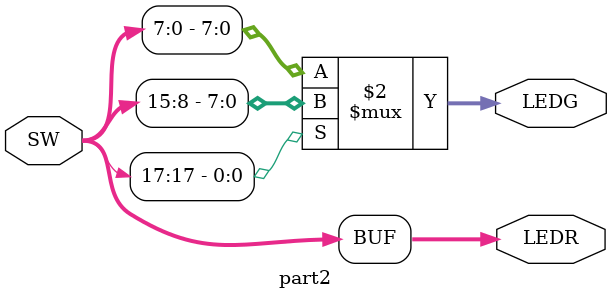
<source format=v>
module part2(SW,LEDR,LEDG);
input [17:0]SW;
output [17:0]LEDR;
output [7:0]LEDG;
assign LEDR = SW;
assign LEDG[7:0] = (SW[17] == 0 )?SW[7:0]:SW[15:8] ; 
// x = SW[7:0] 
// y = Sw[15:0];
//m = LEDG[7:0];
//m = (~s & x) | (s & y)
endmodule
</source>
